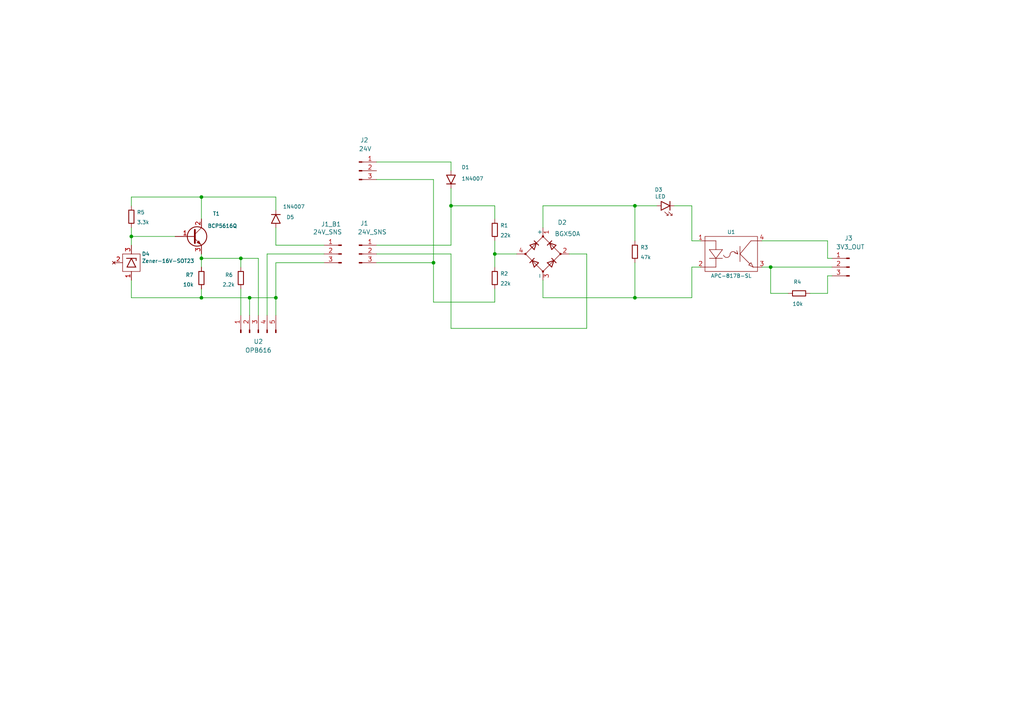
<source format=kicad_sch>
(kicad_sch (version 20231120) (generator "eeschema") (generator_version "8.0")
  (paper "A4")
  (lib_symbols
    (symbol "Connector:Conn_01x03_Pin" (pin_names (offset 1.016) hide)
      (property "Reference" "J" (at 0 5.08 0))
      (property "Value" "Conn_01x03_Pin" (at 0 -5.08 0))
      (symbol "Conn_01x03_Pin_1_1"
        (polyline (pts (xy 1.27 -2.54) (xy 0.8636 -2.54)) (stroke (width 0.1524)))
        (polyline (pts (xy 1.27 0) (xy 0.8636 0)) (stroke (width 0.1524)))
        (polyline (pts (xy 1.27 2.54) (xy 0.8636 2.54)) (stroke (width 0.1524)))
        (rectangle (start 0.8636 -2.413) (end 0 -2.667) (stroke (width 0.1524)) (fill (type outline)))
        (rectangle (start 0.8636 0.127) (end 0 -0.127) (stroke (width 0.1524)) (fill (type outline)))
        (rectangle (start 0.8636 2.667) (end 0 2.413) (stroke (width 0.1524)) (fill (type outline)))
        (pin passive line (at 5.08 2.54 180) (length 3.81) (name "Pin_1") (number "1"))
        (pin passive line (at 5.08 0 180) (length 3.81) (name "Pin_2") (number "2"))
        (pin passive line (at 5.08 -2.54 180) (length 3.81) (name "Pin_3") (number "3"))
      )
    )
    (symbol "Connector:Conn_01x05_Pin" (pin_names (offset 1.016) hide)
      (property "Reference" "J" (at 0 7.62 0))
      (property "Value" "Conn_01x05_Pin" (at 0 -7.62 0))
      (symbol "Conn_01x05_Pin_1_1"
        (polyline (pts (xy 1.27 -5.08) (xy 0.8636 -5.08)) (stroke (width 0.1524)))
        (polyline (pts (xy 1.27 -2.54) (xy 0.8636 -2.54)) (stroke (width 0.1524)))
        (polyline (pts (xy 1.27 0) (xy 0.8636 0)) (stroke (width 0.1524)))
        (polyline (pts (xy 1.27 2.54) (xy 0.8636 2.54)) (stroke (width 0.1524)))
        (polyline (pts (xy 1.27 5.08) (xy 0.8636 5.08)) (stroke (width 0.1524)))
        (rectangle (start 0.8636 -4.953) (end 0 -5.207) (stroke (width 0.1524)) (fill (type outline)))
        (rectangle (start 0.8636 -2.413) (end 0 -2.667) (stroke (width 0.1524)) (fill (type outline)))
        (rectangle (start 0.8636 0.127) (end 0 -0.127) (stroke (width 0.1524)) (fill (type outline)))
        (rectangle (start 0.8636 2.667) (end 0 2.413) (stroke (width 0.1524)) (fill (type outline)))
        (rectangle (start 0.8636 5.207) (end 0 4.953) (stroke (width 0.1524)) (fill (type outline)))
        (pin passive line (at 5.08 5.08 180) (length 3.81) (name "Pin_1") (number "1"))
        (pin passive line (at 5.08 2.54 180) (length 3.81) (name "Pin_2") (number "2"))
        (pin passive line (at 5.08 0 180) (length 3.81) (name "Pin_3") (number "3"))
        (pin passive line (at 5.08 -2.54 180) (length 3.81) (name "Pin_4") (number "4"))
        (pin passive line (at 5.08 -5.08 180) (length 3.81) (name "Pin_5") (number "5"))
      )
    )
    (symbol "Device:D_Bridge_+A-A" (pin_names (offset 0))
      (property "Reference" "D" (at 2.54 6.985 0))
      (property "Value" "D_Bridge_+A-A" (at 2.54 5.08 0))
      (symbol "D_Bridge_+A-A_0_1"
        (circle (center -5.08 0) (radius 0.254) (fill (type outline)))
        (circle (center 0 -5.08) (radius 0.254) (fill (type outline)))
        (polyline (pts (xy -2.54 3.81) (xy -1.27 2.54)) (stroke (width 0.254)))
        (polyline (pts (xy -1.27 -2.54) (xy -2.54 -3.81)) (stroke (width 0.254)))
        (polyline (pts (xy 2.54 -1.27) (xy 3.81 -2.54)) (stroke (width 0.254)))
        (polyline (pts (xy 2.54 1.27) (xy 3.81 2.54)) (stroke (width 0.254)))
        (polyline (pts (xy -3.81 2.54) (xy -2.54 1.27) (xy -1.905 3.175) (xy -3.81 2.54)) (stroke (width 0.254)))
        (polyline (pts (xy -2.54 -1.27) (xy -3.81 -2.54) (xy -1.905 -3.175) (xy -2.54 -1.27)) (stroke (width 0.254)))
        (polyline (pts (xy 1.27 2.54) (xy 2.54 3.81) (xy 3.175 1.905) (xy 1.27 2.54)) (stroke (width 0.254)))
        (polyline (pts (xy 3.175 -1.905) (xy 1.27 -2.54) (xy 2.54 -3.81) (xy 3.175 -1.905)) (stroke (width 0.254)))
        (polyline (pts (xy -5.08 0) (xy 0 -5.08) (xy 5.08 0) (xy 0 5.08) (xy -5.08 0)))
        (circle (center 0 5.08) (radius 0.254) (fill (type outline)))
        (circle (center 5.08 0) (radius 0.254) (fill (type outline)))
      )
      (symbol "D_Bridge_+A-A_1_1"
        (pin passive line (at 7.62 0 180) (length 2.54) (name "+") (number "1"))
        (pin passive line (at 0 -7.62 90) (length 2.54) (name "~") (number "2"))
        (pin passive line (at -7.62 0 0) (length 2.54) (name "-") (number "3"))
        (pin passive line (at 0 7.62 270) (length 2.54) (name "~") (number "4"))
      )
    )
    (symbol "Device:Q_NPN_BCE" (pin_names (offset 0) hide)
      (property "Reference" "Q" (at 5.08 1.27 0))
      (property "Value" "Q_NPN_BCE" (at 5.08 -1.27 0))
      (symbol "Q_NPN_BCE_0_1"
        (polyline (pts (xy 0.635 0.635) (xy 2.54 2.54)))
        (polyline (pts (xy 0.635 -0.635) (xy 2.54 -2.54) (xy 2.54 -2.54)))
        (polyline (pts (xy 0.635 1.905) (xy 0.635 -1.905) (xy 0.635 -1.905)) (stroke (width 0.508)))
        (polyline (pts (xy 1.27 -1.778) (xy 1.778 -1.27) (xy 2.286 -2.286) (xy 1.27 -1.778) (xy 1.27 -1.778)) (fill (type outline)))
        (circle (center 1.27 0) (radius 2.8194) (stroke (width 0.254)))
      )
      (symbol "Q_NPN_BCE_1_1"
        (pin input line (at -5.08 0 0) (length 5.715) (name "B") (number "1"))
        (pin passive line (at 2.54 5.08 270) (length 2.54) (name "C") (number "2"))
        (pin passive line (at 2.54 -5.08 90) (length 2.54) (name "E") (number "3"))
      )
    )
    (symbol "Secoh:0805/LED" (pin_numbers hide) (pin_names hide)
      (property "Reference" "D" (at 3.81 -1.27 0))
      (symbol "0805/LED_0_1"
        (polyline (pts (xy -1.524 -4.445) (xy -1.016 -4.445)))
        (polyline (pts (xy -1.524 -3.302) (xy -1.016 -3.302)))
        (polyline (pts (xy 0 -3.81) (xy 2.54 -3.81)) (stroke (width 0.254)))
        (polyline (pts (xy -0.508 -3.429) (xy -1.524 -4.445) (xy -1.524 -3.937)))
        (polyline (pts (xy -0.508 -2.286) (xy -1.524 -3.302) (xy -1.524 -2.794)))
        (polyline (pts (xy 0 -1.27) (xy 2.54 -1.27) (xy 1.27 -3.81) (xy 0 -1.27)) (stroke (width 0.254)))
      )
      (symbol "0805/LED_1_1"
        (pin passive line (at 1.27 -5.08 90) (length 1.27) (name "K") (number "1"))
        (pin passive line (at 1.27 0 270) (length 1.27) (name "A") (number "2"))
      )
    )
    (symbol "Secoh:0805/R" (pin_numbers hide) (pin_names hide)
      (property "Reference" "R" (at 3.302 -3.81 0))
      (symbol "0805/R_0_1"
        (rectangle (start 0.508 -2.54) (end 2.032 -6.35) (stroke (width 0.254)))
      )
      (symbol "0805/R_1_1"
        (pin passive line (at 1.27 -1.27 270) (length 1.27) (name "~") (number "1"))
        (pin passive line (at 1.27 -7.62 90) (length 1.27) (name "~") (number "2"))
      )
    )
    (symbol "Secoh:Optos/PC817B"
      (property "Reference" "D5" (at 0 6.35 0))
      (property "Value" "PC817B" (at 0 -6.35 0))
      (symbol "Optos/PC817B_0_0"
        (rectangle (start -7.62 5.08) (end 7.62 -5.08) (stroke (width 0.1524)))
        (arc (start -2.2352 -0.3302) (mid -1.1026 -1.0063) (end -0.3302 0) (stroke (width 0.1524)))
        (polyline (pts (xy -6.35 1.27) (xy -4.445 -1.27)) (stroke (width 0.1524)))
        (polyline (pts (xy -4.445 -3.81) (xy -8.89 -3.81)) (stroke (width 0.1524)))
        (polyline (pts (xy -4.445 -3.81) (xy -4.445 -1.27)) (stroke (width 0.1524)))
        (polyline (pts (xy -4.445 3.81) (xy -8.89 3.81)) (stroke (width 0.1524)))
        (polyline (pts (xy -4.445 3.81) (xy -4.445 1.27)) (stroke (width 0.1524)))
        (polyline (pts (xy -2.54 -1.27) (xy -6.35 -1.27)) (stroke (width 0.1524)))
        (polyline (pts (xy -2.54 1.27) (xy -6.35 1.27)) (stroke (width 0.1524)))
        (polyline (pts (xy -2.54 1.27) (xy -4.445 -1.27)) (stroke (width 0.1524)))
        (polyline (pts (xy 0.9652 0.3302) (xy 1.905 0)) (stroke (width 0.1524)))
        (polyline (pts (xy 1.6002 0.9652) (xy 1.905 0)) (stroke (width 0.1524)))
        (polyline (pts (xy 1.905 0) (xy 1.6002 0.3302)) (stroke (width 0.1524)))
        (polyline (pts (xy 2.54 -2.2352) (xy 2.54 2.2352)) (stroke (width 0.1524)))
        (polyline (pts (xy 5.08 -3.175) (xy 6.35 -3.81)) (stroke (width 0.1524)))
        (polyline (pts (xy 5.4102 -2.8702) (xy 2.54 0)) (stroke (width 0.1524)))
        (polyline (pts (xy 5.715 -2.54) (xy 5.08 -3.175)) (stroke (width 0.1524)))
        (polyline (pts (xy 5.715 -2.54) (xy 6.35 -3.81)) (stroke (width 0.1524)))
        (polyline (pts (xy 5.715 3.81) (xy 2.54 0)) (stroke (width 0.1524)))
        (polyline (pts (xy 5.715 3.81) (xy 8.89 3.81)) (stroke (width 0.1524)))
        (polyline (pts (xy 6.35 -3.81) (xy 8.89 -3.81)) (stroke (width 0.1524)))
        (arc (start 1.27 0.3302) (mid 0.465 0.6952) (end -0.3302 0) (stroke (width 0.1524)))
      )
      (symbol "Optos/PC817B_1_0"
        (pin passive line (at -8.89 3.81 0) (length 0.0005) (name "D+") (number "1"))
        (pin passive line (at -8.89 -3.81 0) (length 0.0005) (name "D-") (number "2"))
        (pin passive line (at 8.89 -3.81 180) (length 0.0005) (name "C") (number "3"))
        (pin passive line (at 8.89 3.81 180) (length 0.0005) (name "C") (number "4"))
      )
    )
    (symbol "Secoh:SOD-123/Diode" (pin_numbers hide) (pin_names hide)
      (property "Reference" "D" (at 3.81 -1.27 0))
      (symbol "SOD-123/Diode_0_1"
        (polyline (pts (xy 0 -3.81) (xy 2.54 -3.81)) (stroke (width 0.254)))
        (polyline (pts (xy 0 -1.27) (xy 2.54 -1.27) (xy 1.27 -3.81) (xy 0 -1.27)) (stroke (width 0.254)))
      )
      (symbol "SOD-123/Diode_1_1"
        (pin passive line (at 1.27 -5.08 90) (length 1.27) (name "K") (number "1"))
        (pin passive line (at 1.27 0 270) (length 1.27) (name "A") (number "2"))
      )
    )
    (symbol "Secoh:Zener/MMBZ52_SOT-23" (pin_names hide)
      (property "Reference" "D" (at 5.08 -2.54 0))
      (symbol "Zener/MMBZ52_SOT-23_0_1"
        (rectangle (start -1.27 0) (end 3.81 -5.08))
        (polyline (pts (xy 2.667 -1.27) (xy -0.127 -1.27)) (stroke (width 0.254)))
        (polyline (pts (xy 2.54 -3.81) (xy 0 -3.81) (xy 1.27 -1.27) (xy 2.54 -3.81)) (stroke (width 0.254)))
      )
      (symbol "Zener/MMBZ52_SOT-23_1_1"
        (polyline (pts (xy 2.667 -1.27) (xy 2.667 -1.905)) (stroke (width 0.254)))
        (pin passive line (at 1.27 -7.62 90) (length 2.54) (name "A") (number "1"))
        (pin no_connect line (at -3.81 -2.54 0) (length 2.54) (name "K") (number "2"))
        (pin passive line (at 1.27 2.54 270) (length 2.54) (name "K") (number "3"))
      )
    )
  )
  (junction (at 80.01 86.36))
  (junction (at 223.52 77.47))
  (junction (at 58.42 74.93))
  (junction (at 69.85 74.93))
  (junction (at 125.73 76.2))
  (junction (at 58.42 57.15))
  (junction (at 130.81 59.69))
  (junction (at 143.51 73.66))
  (junction (at 58.42 86.36))
  (junction (at 38.1 68.58))
  (junction (at 184.15 59.69))
  (junction (at 72.39 86.36))
  (junction (at 184.15 86.36))
  (wire (pts (xy 80.01 57.15) (xy 80.01 60.96)))
  (wire (pts (xy 58.42 86.36) (xy 72.39 86.36)))
  (wire (pts (xy 93.98 76.2) (xy 80.01 76.2)))
  (wire (pts (xy 200.66 86.36) (xy 200.66 77.47)) (stroke (width 0.1524)))
  (wire (pts (xy 130.81 95.25) (xy 130.81 73.66)))
  (wire (pts (xy 58.42 74.93) (xy 58.42 73.66)))
  (wire (pts (xy 241.3 74.93) (xy 240.03 74.93)))
  (wire (pts (xy 220.98 69.85) (xy 240.03 69.85)))
  (wire (pts (xy 74.93 91.44) (xy 74.93 74.93)))
  (wire (pts (xy 80.01 57.15) (xy 58.42 57.15)))
  (wire (pts (xy 38.1 66.04) (xy 38.1 68.58)))
  (wire (pts (xy 143.51 87.63) (xy 143.51 83.82)) (stroke (width 0.1524)))
  (wire (pts (xy 109.22 46.99) (xy 130.81 46.99)))
  (wire (pts (xy 200.66 69.85) (xy 203.2 69.85)) (stroke (width 0.1524)))
  (wire (pts (xy 38.1 57.15) (xy 58.42 57.15)))
  (wire (pts (xy 223.52 77.47) (xy 223.52 85.09)) (stroke (width 0.1524)))
  (wire (pts (xy 184.15 69.85) (xy 184.15 59.69)) (stroke (width 0.1524)))
  (wire (pts (xy 157.48 59.69) (xy 184.15 59.69)) (stroke (width 0.1524)))
  (wire (pts (xy 130.81 46.99) (xy 130.81 49.53)))
  (wire (pts (xy 157.48 86.36) (xy 184.15 86.36)) (stroke (width 0.1524)))
  (wire (pts (xy 38.1 68.58) (xy 38.1 71.12)))
  (wire (pts (xy 184.15 86.36) (xy 184.15 76.2)) (stroke (width 0.1524)))
  (wire (pts (xy 72.39 86.36) (xy 80.01 86.36)))
  (wire (pts (xy 125.73 52.07) (xy 125.73 76.2)))
  (wire (pts (xy 143.51 69.85) (xy 143.51 73.66)) (stroke (width 0.1524)))
  (wire (pts (xy 223.52 85.09) (xy 228.6 85.09)) (stroke (width 0.1524)))
  (wire (pts (xy 130.81 59.69) (xy 143.51 59.69)))
  (wire (pts (xy 241.3 80.01) (xy 240.03 80.01)))
  (wire (pts (xy 125.73 87.63) (xy 143.51 87.63)) (stroke (width 0.1524)))
  (wire (pts (xy 38.1 68.58) (xy 50.8 68.58)))
  (wire (pts (xy 74.93 74.93) (xy 69.85 74.93)))
  (wire (pts (xy 58.42 74.93) (xy 58.42 77.47)))
  (wire (pts (xy 200.66 69.85) (xy 200.66 59.69)) (stroke (width 0.1524)))
  (wire (pts (xy 69.85 74.93) (xy 69.85 77.47)))
  (wire (pts (xy 69.85 83.82) (xy 69.85 91.44)))
  (wire (pts (xy 240.03 85.09) (xy 234.95 85.09)))
  (wire (pts (xy 184.15 59.69) (xy 190.5 59.69)) (stroke (width 0.1524)))
  (wire (pts (xy 93.98 71.12) (xy 80.01 71.12)))
  (wire (pts (xy 184.15 86.36) (xy 200.66 86.36)) (stroke (width 0.1524)))
  (wire (pts (xy 170.18 73.66) (xy 170.18 95.25)))
  (wire (pts (xy 143.51 59.69) (xy 143.51 63.5)))
  (wire (pts (xy 165.1 73.66) (xy 170.18 73.66)))
  (wire (pts (xy 38.1 86.36) (xy 38.1 81.28)))
  (wire (pts (xy 130.81 54.61) (xy 130.81 59.69)))
  (wire (pts (xy 157.48 59.69) (xy 157.48 66.04)))
  (wire (pts (xy 200.66 77.47) (xy 203.2 77.47)) (stroke (width 0.1524)))
  (wire (pts (xy 77.47 73.66) (xy 93.98 73.66)))
  (wire (pts (xy 223.52 77.47) (xy 241.3 77.47)))
  (wire (pts (xy 80.01 76.2) (xy 80.01 86.36)))
  (wire (pts (xy 109.22 76.2) (xy 125.73 76.2)) (stroke (width 0.1524)))
  (wire (pts (xy 77.47 91.44) (xy 77.47 73.66)))
  (wire (pts (xy 170.18 95.25) (xy 130.81 95.25)))
  (wire (pts (xy 195.58 59.69) (xy 200.66 59.69)) (stroke (width 0.1524)))
  (wire (pts (xy 72.39 86.36) (xy 72.39 91.44)))
  (wire (pts (xy 69.85 74.93) (xy 58.42 74.93)))
  (wire (pts (xy 109.22 52.07) (xy 125.73 52.07)))
  (wire (pts (xy 220.98 77.47) (xy 223.52 77.47)))
  (wire (pts (xy 58.42 57.15) (xy 58.42 63.5)))
  (wire (pts (xy 58.42 83.82) (xy 58.42 86.36)))
  (wire (pts (xy 38.1 86.36) (xy 58.42 86.36)))
  (wire (pts (xy 157.48 81.28) (xy 157.48 86.36)))
  (wire (pts (xy 38.1 59.69) (xy 38.1 57.15)))
  (wire (pts (xy 125.73 76.2) (xy 125.73 87.63)) (stroke (width 0.1524)))
  (wire (pts (xy 80.01 66.04) (xy 80.01 71.12)))
  (wire (pts (xy 109.22 71.12) (xy 130.81 71.12)))
  (wire (pts (xy 240.03 74.93) (xy 240.03 69.85)))
  (wire (pts (xy 80.01 86.36) (xy 80.01 91.44)))
  (wire (pts (xy 130.81 71.12) (xy 130.81 59.69)))
  (wire (pts (xy 143.51 73.66) (xy 143.51 77.47)) (stroke (width 0.1524)))
  (wire (pts (xy 109.22 73.66) (xy 130.81 73.66)))
  (wire (pts (xy 240.03 80.01) (xy 240.03 85.09)))
  (wire (pts (xy 143.51 73.66) (xy 149.86 73.66)))
  (symbol (lib_id "Secoh:0805/LED") (at 190.5 60.96 90) (unit 1)
    (property "Reference" "D3" (at 191.008 55.626 90) (effects (font (size 1.0668 1.0668)) (justify top)))
    (property "Value" "LED" (at 191.516 56.388 90) (effects (font (size 1.0668 1.0668)) (justify bottom)))
    (property "Footprint" "Secoh:LED_0805" (effects (hide yes)))
    (property "Sim.Device" "SPICE" (effects (hide yes)))
    (property "Sim.Params" "model=\"D\"" (effects (hide yes)))
  )
  (symbol (lib_id "Secoh:0805/R") (at 182.88 68.58 0) (unit 1)
    (property "Reference" "R3" (at 185.7502 71.755 0) (effects (font (size 1.0668 1.0668)) (justify left)))
    (property "Value" "47k" (at 185.7502 74.6252 0) (effects (font (size 1.0668 1.0668)) (justify left)))
    (property "Footprint" "Resistor_SMD:R_0805_2012Metric_Pad1.20x1.40mm_HandSolder" (effects (hide yes)))
    (property "Sim.Device" "R" (effects (hide yes)))
    (property "Sim.Params" "R=${VALUE}" (effects (hide yes)))
  )
  (symbol (lib_id "Secoh:SOD-123/Diode") (at 78.74 66.04 0) (mirror x) (unit 1)
    (property "Reference" "D5" (at 83.058 62.992 0) (effects (font (size 1.0668 1.0668)) (justify left)))
    (property "Value" "1N4007" (at 82.042 59.944 0) (effects (font (size 1.0668 1.0668)) (justify left)))
    (property "Footprint" "Secoh:D_SOD-123F_hand_soldering" (effects (hide yes)))
    (property "Sim.Device" "SPICE" (effects (hide yes)))
    (property "Sim.Params" "model=\"D\"" (effects (hide yes)))
  )
  (symbol (lib_id "Connector:Conn_01x05_Pin") (at 74.93 96.52 90) (unit 1)
    (property "Reference" "U2" (at 74.93 99.06 90))
    (property "Value" "OPB616" (at 74.93 101.6 90))
    (property "Footprint" "Secoh:OPB-616" (effects (hide yes)))
    (property "Description" "Generic connector, single row, 01x05, script generated" (effects (hide yes)))
  )
  (symbol (lib_id "Device:D_Bridge_+A-A") (at 157.48 73.66 90) (unit 1)
    (property "Reference" "D2" (at 163.068 64.516 90))
    (property "Value" "BGX50A" (at 164.592 67.818 90))
    (property "Footprint" "Package_TO_SOT_SMD:SOT-143_Handsoldering" (effects (hide yes)))
    (property "Description" "Diode bridge, +ve/AC/-ve/AC" (effects (hide yes)))
  )
  (symbol (lib_id "Secoh:0805/R") (at 57.15 76.2 0) (unit 1)
    (property "Reference" "R7" (at 53.848 79.756 0) (effects (font (size 1.0668 1.0668)) (justify left)))
    (property "Value" "10k" (at 53.086 82.55 0) (effects (font (size 1.0668 1.0668)) (justify left)))
    (property "Footprint" "Resistor_SMD:R_0805_2012Metric_Pad1.20x1.40mm_HandSolder" (effects (hide yes)))
    (property "Sim.Device" "R" (effects (hide yes)))
    (property "Sim.Params" "R=${VALUE}" (effects (hide yes)))
  )
  (symbol (lib_id "Secoh:Optos/PC817B") (at 212.09 73.66 0) (unit 1)
    (property "Reference" "U1" (at 212.09 67.31 0) (effects (font (size 1.0668 1.0668))))
    (property "Value" "APC-817B-SL" (at 212.09 80.01 0) (effects (font (size 1.0668 1.0668))))
    (property "Footprint" "Secoh:APC-817-SL" (effects (hide yes)))
    (property "Value2" "PC817 Igain=1.5m" (effects (hide yes)))
    (property "Sim.Device" "SUBCKT" (effects (hide yes)))
    (property "Sim.Params" "model=\"PC817B\"" (effects (hide yes)))
  )
  (symbol (lib_id "Secoh:0805/R") (at 36.83 58.42 0) (unit 1)
    (property "Reference" "R5" (at 39.7002 61.595 0) (effects (font (size 1.0668 1.0668)) (justify left)))
    (property "Value" "3.3k" (at 39.7002 64.4652 0) (effects (font (size 1.0668 1.0668)) (justify left)))
    (property "Footprint" "Resistor_SMD:R_0805_2012Metric_Pad1.20x1.40mm_HandSolder" (effects (hide yes)))
    (property "Sim.Device" "R" (effects (hide yes)))
    (property "Sim.Params" "R=${VALUE}" (effects (hide yes)))
  )
  (symbol (lib_id "Connector:Conn_01x03_Pin") (at 104.14 73.66 0) (unit 1)
    (property "Reference" "J1" (at 105.664 64.77 0))
    (property "Value" "24V_SNS" (at 107.95 67.31 0))
    (property "Footprint" "Connector_Molex:Molex_KK-396_A-41791-0003_1x03_P3.96mm_Vertical" (effects (hide yes)))
    (property "Description" "Generic connector, single row, 01x03, script generated" (effects (hide yes)))
  )
  (symbol (lib_id "Secoh:0805/R") (at 227.33 86.36 90) (unit 1)
    (property "Reference" "R4" (at 232.41 81.788 90) (effects (font (size 1.0668 1.0668)) (justify left)))
    (property "Value" "10k" (at 232.918 88.138 90) (effects (font (size 1.0668 1.0668)) (justify left)))
    (property "Footprint" "Resistor_SMD:R_0805_2012Metric_Pad1.20x1.40mm_HandSolder" (effects (hide yes)))
    (property "Sim.Device" "R" (effects (hide yes)))
    (property "Sim.Params" "R=${VALUE}" (effects (hide yes)))
  )
  (symbol (lib_id "Secoh:Zener/MMBZ52_SOT-23") (at 36.83 73.66 0) (unit 1)
    (property "Reference" "D4" (at 41.148 73.66 0) (effects (font (size 1.0668 1.0668)) (justify left)))
    (property "Value" "Zener-16V-SOT23" (at 41.148 75.692 0) (effects (font (size 1.0668 1.0668)) (justify left)))
    (property "Footprint" "Package_TO_SOT_SMD:SOT-23_Handsoldering" (effects (hide yes)))
    (property "Description" "NPN transistor, base/collector/emitter" (effects (hide yes)))
    (property "Sim.Device" "SPICE" (effects (hide yes)))
    (property "Sim.Params" "model=\"2SCR587D3\"" (effects (hide yes)))
  )
  (symbol (lib_id "Secoh:0805/R") (at 142.24 62.23 0) (unit 1)
    (property "Reference" "R1" (at 145.1102 65.405 0) (effects (font (size 1.0668 1.0668)) (justify left)))
    (property "Value" "22k" (at 145.1102 68.2752 0) (effects (font (size 1.0668 1.0668)) (justify left)))
    (property "Footprint" "Resistor_SMD:R_0805_2012Metric_Pad1.20x1.40mm_HandSolder" (effects (hide yes)))
    (property "Sim.Device" "R" (effects (hide yes)))
    (property "Sim.Params" "R=${VALUE}" (effects (hide yes)))
  )
  (symbol (lib_id "Device:Q_NPN_BCE") (at 55.88 68.58 0) (unit 1)
    (property "Reference" "T1" (at 61.722 61.976 0) (effects (font (size 1.0668 1.0668)) (justify left)))
    (property "Value" "BCP5616Q" (at 60.198 65.532 0) (effects (font (size 1.0668 1.0668)) (justify left)))
    (property "Footprint" "Package_TO_SOT_SMD:SOT-223-3_TabPin2" (effects (hide yes)))
    (property "Description" "NPN transistor, base/collector/emitter" (effects (hide yes)))
    (property "Sim.Device" "SPICE" (effects (hide yes)))
    (property "Sim.Params" "model=\"2SCR587D3\"" (effects (hide yes)))
  )
  (symbol (lib_id "Secoh:0805/R") (at 142.24 76.2 0) (unit 1)
    (property "Reference" "R2" (at 145.1102 79.375 0) (effects (font (size 1.0668 1.0668)) (justify left)))
    (property "Value" "22k" (at 145.1102 82.2452 0) (effects (font (size 1.0668 1.0668)) (justify left)))
    (property "Footprint" "Resistor_SMD:R_0805_2012Metric_Pad1.20x1.40mm_HandSolder" (effects (hide yes)))
    (property "Sim.Device" "R" (effects (hide yes)))
    (property "Sim.Params" "R=${VALUE}" (effects (hide yes)))
  )
  (symbol (lib_id "Connector:Conn_01x03_Pin") (at 246.38 77.47 0) (mirror y) (unit 1)
    (property "Reference" "J3" (at 246.126 69.088 0))
    (property "Value" "3V3_OUT" (at 246.634 71.628 0))
    (property "Footprint" "Connector_PinHeader_2.54mm:PinHeader_1x03_P2.54mm_Vertical" (effects (hide yes)))
    (property "Description" "Generic connector, single row, 01x03, script generated" (effects (hide yes)))
  )
  (symbol (lib_id "Secoh:SOD-123/Diode") (at 129.54 49.53 0) (unit 1)
    (property "Reference" "D1" (at 133.858 48.514 0) (effects (font (size 1.0668 1.0668)) (justify left)))
    (property "Value" "1N4007" (at 133.858 51.816 0) (effects (font (size 1.0668 1.0668)) (justify left)))
    (property "Footprint" "Secoh:D_SOD-123F_hand_soldering" (effects (hide yes)))
    (property "Sim.Device" "SPICE" (effects (hide yes)))
    (property "Sim.Params" "model=\"D\"" (effects (hide yes)))
  )
  (symbol (lib_id "Secoh:0805/R") (at 68.58 76.2 0) (unit 1)
    (property "Reference" "R6" (at 65.278 79.756 0) (effects (font (size 1.0668 1.0668)) (justify left)))
    (property "Value" "2.2k" (at 64.516 82.55 0) (effects (font (size 1.0668 1.0668)) (justify left)))
    (property "Footprint" "Resistor_SMD:R_0805_2012Metric_Pad1.20x1.40mm_HandSolder" (effects (hide yes)))
    (property "Sim.Device" "R" (effects (hide yes)))
    (property "Sim.Params" "R=${VALUE}" (effects (hide yes)))
  )
  (symbol (lib_id "Connector:Conn_01x03_Pin") (at 99.06 73.66 0) (mirror y) (unit 1)
    (property "Reference" "J1_B1" (at 96.012 65.024 0))
    (property "Value" "24V_SNS" (at 94.996 67.31 0))
    (property "Footprint" "Connector_Molex:Molex_KK-396_A-41791-0003_1x03_P3.96mm_Vertical" (effects (hide yes)))
    (property "Description" "Generic connector, single row, 01x03, script generated" (effects (hide yes)))
  )
  (symbol (lib_id "Connector:Conn_01x03_Pin") (at 104.14 49.53 0) (unit 1)
    (property "Reference" "J2" (at 105.664 40.64 0))
    (property "Value" "24V" (at 105.918 43.18 0))
    (property "Footprint" "Connector_Molex:Molex_KK-396_A-41791-0003_1x03_P3.96mm_Vertical" (effects (hide yes)))
    (property "Description" "Generic connector, single row, 01x03, script generated" (effects (hide yes)))
  )
)
</source>
